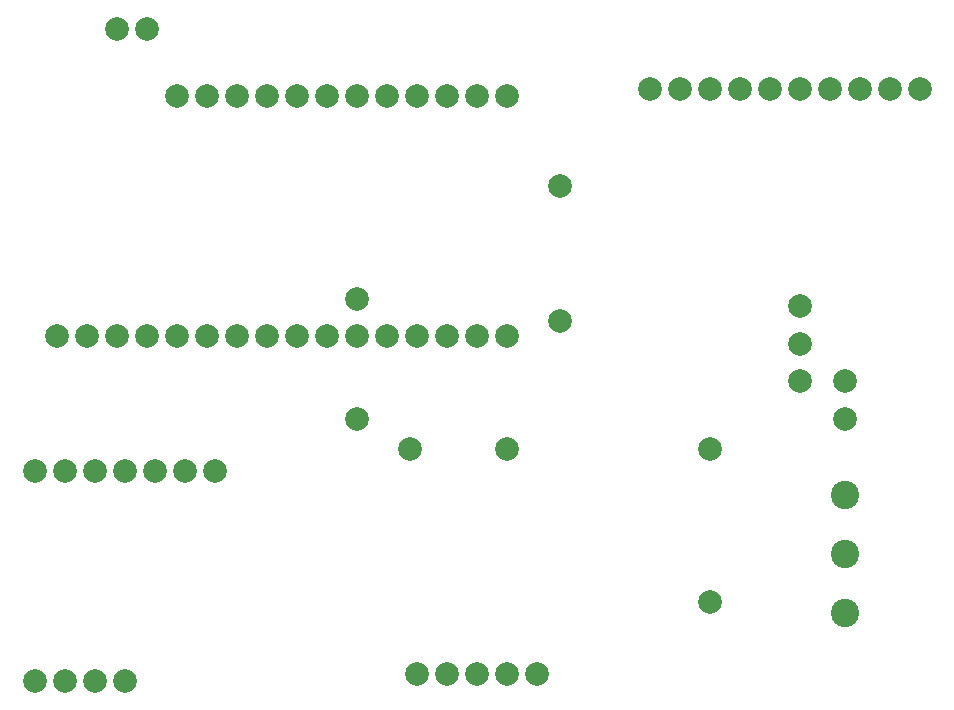
<source format=gtl>
G04*
G04 #@! TF.GenerationSoftware,Altium Limited,Altium Designer,21.6.4 (81)*
G04*
G04 Layer_Physical_Order=1*
G04 Layer_Color=255*
%FSLAX43Y43*%
%MOMM*%
G71*
G04*
G04 #@! TF.SameCoordinates,1146F813-5535-4065-A757-17352E4361FB*
G04*
G04*
G04 #@! TF.FilePolarity,Positive*
G04*
G01*
G75*
%ADD16C,2.000*%
%ADD17C,2.400*%
%ADD18C,2.000*%
D16*
X95250Y80645D02*
D03*
Y67645D02*
D03*
X50165Y90170D02*
D03*
X47625D02*
D03*
X50165Y110490D02*
D03*
X42545Y90170D02*
D03*
X45085D02*
D03*
X52705D02*
D03*
X55245D02*
D03*
X57785D02*
D03*
X60325D02*
D03*
X62865D02*
D03*
X65405D02*
D03*
X67945D02*
D03*
X70485D02*
D03*
X73025D02*
D03*
X75565D02*
D03*
X78105D02*
D03*
X52705Y110490D02*
D03*
X55245D02*
D03*
X57785D02*
D03*
X60325D02*
D03*
X62865D02*
D03*
X65405D02*
D03*
X67945D02*
D03*
X70485D02*
D03*
X73025D02*
D03*
X75565D02*
D03*
X78105D02*
D03*
X40005Y90170D02*
D03*
X38100Y60960D02*
D03*
X40640D02*
D03*
X43180D02*
D03*
X45720D02*
D03*
X38100Y78740D02*
D03*
X40640D02*
D03*
X43180D02*
D03*
X45720D02*
D03*
X48260D02*
D03*
X50800D02*
D03*
X53340D02*
D03*
X90170Y111125D02*
D03*
X92710D02*
D03*
X95250D02*
D03*
X97790D02*
D03*
X100330D02*
D03*
X102870D02*
D03*
X105410D02*
D03*
X107950D02*
D03*
X110490D02*
D03*
X113030D02*
D03*
X70485Y61595D02*
D03*
X73025D02*
D03*
X75565D02*
D03*
X78105D02*
D03*
X80645D02*
D03*
X47625Y116205D02*
D03*
X45085D02*
D03*
X106680Y86360D02*
D03*
Y83185D02*
D03*
X102870Y89535D02*
D03*
X65405Y83185D02*
D03*
Y93345D02*
D03*
X82550Y91440D02*
D03*
Y102870D02*
D03*
X78105Y80645D02*
D03*
X69850D02*
D03*
D17*
X106680Y71755D02*
D03*
Y66755D02*
D03*
Y76755D02*
D03*
D18*
X102870Y92710D02*
D03*
Y86360D02*
D03*
M02*

</source>
